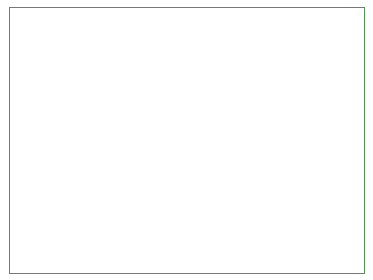
<source format=gbr>
%TF.GenerationSoftware,KiCad,Pcbnew,(6.0.2)*%
%TF.CreationDate,2022-07-09T21:30:07+01:00*%
%TF.ProjectId,universal pcb,756e6976-6572-4736-916c-207063622e6b,rev?*%
%TF.SameCoordinates,Original*%
%TF.FileFunction,Profile,NP*%
%FSLAX46Y46*%
G04 Gerber Fmt 4.6, Leading zero omitted, Abs format (unit mm)*
G04 Created by KiCad (PCBNEW (6.0.2)) date 2022-07-09 21:30:07*
%MOMM*%
%LPD*%
G01*
G04 APERTURE LIST*
%TA.AperFunction,Profile*%
%ADD10C,0.100000*%
%TD*%
G04 APERTURE END LIST*
D10*
X0Y0D02*
X30000000Y0D01*
X30000000Y0D02*
X30000000Y-22500000D01*
X30000000Y-22500000D02*
X0Y-22500000D01*
X0Y-22500000D02*
X0Y0D01*
M02*

</source>
